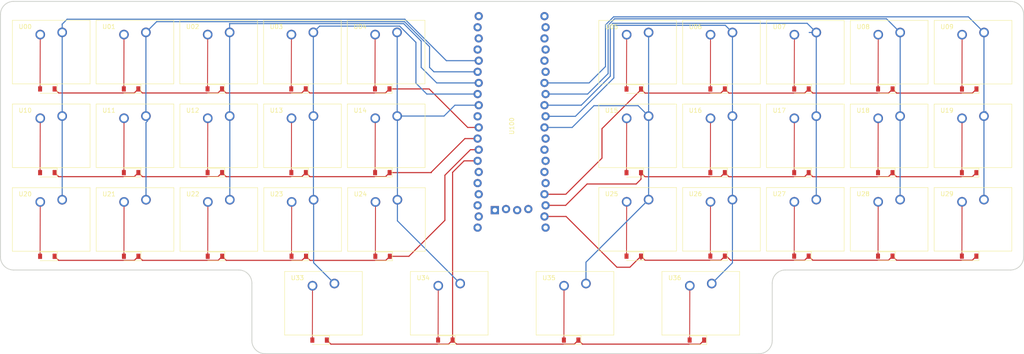
<source format=kicad_pcb>
(kicad_pcb (version 20211014) (generator pcbnew)
  (layers (0 "F.Cu" signal) (31 "B.Cu" signal) (34 "B.Paste" user) (35 "F.Paste" user) (36 "B.SilkS" user "B.Silkscreen") (37 "F.SilkS" user "F.Silkscreen") (38 "B.Mask" user) (39 "F.Mask" user) (44 "Edge.Cuts" user))
  (net 0 "")
  (net 1 "Net-(U00-Pad2)")
  (net 2 "Net-(U01-Pad2)")
  (net 3 "Net-(U02-Pad2)")
  (net 4 "Net-(U03-Pad2)")
  (net 5 "Net-(U04-Pad2)")
  (net 21 "Net-(U05-Pad1)")
  (net 22 "Net-(U00-Pad1)")
  (net 23 "Net-(U10-Pad1)")
  (net 24 "Net-(U06-Pad2)")
  (net 25 "Net-(U07-Pad2)")
  (net 30 "Net-(U05-Pad2)")
  (net 34 "Net-(U08-Pad2)")
  (net 35 "Net-(U09-Pad2)")
  (net 36 "Net-(U100-Pad13)")
  (net 37 "Net-(U100-Pad14)")
  (net 38 "Net-(U100-Pad23)")
  (net 39 "Net-(U100-Pad22)")
  (footprint "alps_smd:alps-1u-smd-sod123" (layer "F.Cu") (at 164.59 72.975)
    (fp_text reference "U25" (at -5.3 -7.7 unlocked) (layer "F.SilkS"))
    (fp_text value "alps-smd-sod-123")
    (fp_line (start -1.865 -4.805) (end -1.9 6.5) (layer "F.Cu") (width 0.2))
    (pad "" thru_hole circle (at -1.865 -5.905) (size 2.2 2.2) (drill 1.5) (layers *.Cu *.Mask))
    (pad "" smd rect (at -1.9 6.5 180) (size 0.9 1.2) (layers "F.Cu" "F.Paste" "F.Mask"))
    (pad "1" smd rect (at 1.4 6.5 180) (size 0.9 1.2) (layers "F.Cu" "F.Paste" "F.Mask") (net 39 "Net-(U100-Pad22)"))
    (pad "2" thru_hole circle (at 3.135 -6.405) (size 2.2 2.2) (drill 1.5) (layers *.Cu *.Mask) (net 30 "Net-(U05-Pad2)"))
  )
  (footprint "alps_smd:alps-1u-smd-sod123" (layer "F.Cu") (at 69.145 73.005)
    (fp_text reference "U22" (at -5.3 -7.7 unlocked) (layer "F.SilkS"))
    (fp_text value "alps-smd-sod-123")
    (fp_line (start -1.865 -4.805) (end -1.9 6.5) (layer "F.Cu") (width 0.2))
    (pad "" smd rect (at -1.9 6.5 180) (size 0.9 1.2) (layers "F.Cu" "F.Paste" "F.Mask"))
    (pad "" thru_hole circle (at -1.865 -5.905) (size 2.2 2.2) (drill 1.5) (layers *.Cu *.Mask))
    (pad "1" smd rect (at 1.4 6.5 180) (size 0.9 1.2) (layers "F.Cu" "F.Paste" "F.Mask") (net 36 "Net-(U100-Pad13)"))
    (pad "2" thru_hole circle (at 3.135 -6.405) (size 2.2 2.2) (drill 1.5) (layers *.Cu *.Mask) (net 3 "Net-(U02-Pad2)"))
  )
  (footprint "alps_smd:alps-1u-smd-sod123" (layer "F.Cu") (at 50.025 34.805)
    (fp_text reference "U01" (at -5.3 -7.7 unlocked) (layer "F.SilkS"))
    (fp_text value "alps-smd-sod-123")
    (fp_line (start -1.865 -4.805) (end -1.9 6.5) (layer "F.Cu") (width 0.2))
    (pad "" thru_hole circle (at -1.865 -5.905) (size 2.2 2.2) (drill 1.5) (layers *.Cu *.Mask))
    (pad "" smd rect (at -1.9 6.5 180) (size 0.9 1.2) (layers "F.Cu" "F.Paste" "F.Mask"))
    (pad "1" smd rect (at 1.4 6.5 180) (size 0.9 1.2) (layers "F.Cu" "F.Paste" "F.Mask") (net 22 "Net-(U00-Pad1)"))
    (pad "2" thru_hole circle (at 3.135 -6.405) (size 2.2 2.2) (drill 1.5) (layers *.Cu *.Mask) (net 2 "Net-(U01-Pad2)"))
  )
  (footprint "alps_smd:alps-1u-smd-sod123" (layer "F.Cu") (at 50.045 73.005)
    (fp_text reference "U21" (at -5.3 -7.7 unlocked) (layer "F.SilkS"))
    (fp_text value "alps-smd-sod-123")
    (fp_line (start -1.865 -4.805) (end -1.9 6.5) (layer "F.Cu") (width 0.2))
    (pad "" thru_hole circle (at -1.865 -5.905) (size 2.2 2.2) (drill 1.5) (layers *.Cu *.Mask))
    (pad "" smd rect (at -1.9 6.5 180) (size 0.9 1.2) (layers "F.Cu" "F.Paste" "F.Mask"))
    (pad "1" smd rect (at 1.4 6.5 180) (size 0.9 1.2) (layers "F.Cu" "F.Paste" "F.Mask") (net 36 "Net-(U100-Pad13)"))
    (pad "2" thru_hole circle (at 3.135 -6.405) (size 2.2 2.2) (drill 1.5) (layers *.Cu *.Mask) (net 2 "Net-(U01-Pad2)"))
  )
  (footprint "alps_smd:alps-1u-smd-sod123" (layer "F.Cu") (at 30.945 53.90625)
    (fp_text reference "U10" (at -5.3 -7.7 unlocked) (layer "F.SilkS"))
    (fp_text value "alps-smd-sod-123")
    (fp_line (start -1.865 -4.805) (end -1.9 6.5) (layer "F.Cu") (width 0.2))
    (pad "" thru_hole circle (at -1.865 -5.905) (size 2.2 2.2) (drill 1.5) (layers *.Cu *.Mask))
    (pad "" smd rect (at -1.9 6.5 180) (size 0.9 1.2) (layers "F.Cu" "F.Paste" "F.Mask"))
    (pad "1" smd rect (at 1.4 6.5 180) (size 0.9 1.2) (layers "F.Cu" "F.Paste" "F.Mask") (net 23 "Net-(U10-Pad1)"))
    (pad "2" thru_hole circle (at 3.135 -6.405) (size 2.2 2.2) (drill 1.5) (layers *.Cu *.Mask) (net 1 "Net-(U00-Pad2)"))
  )
  (footprint "alps_smd:alps-1u-smd-sod123" (layer "F.Cu") (at 50.0325 53.90625)
    (fp_text reference "U11" (at -5.3 -7.7 unlocked) (layer "F.SilkS"))
    (fp_text value "alps-smd-sod-123")
    (fp_line (start -1.865 -4.805) (end -1.9 6.5) (layer "F.Cu") (width 0.2))
    (pad "" smd rect (at -1.9 6.5 180) (size 0.9 1.2) (layers "F.Cu" "F.Paste" "F.Mask"))
    (pad "" thru_hole circle (at -1.865 -5.905) (size 2.2 2.2) (drill 1.5) (layers *.Cu *.Mask))
    (pad "1" smd rect (at 1.4 6.5 180) (size 0.9 1.2) (layers "F.Cu" "F.Paste" "F.Mask") (net 23 "Net-(U10-Pad1)"))
    (pad "2" thru_hole circle (at 3.135 -6.405) (size 2.2 2.2) (drill 1.5) (layers *.Cu *.Mask) (net 2 "Net-(U01-Pad2)"))
  )
  (footprint "alps_smd:alps-1u-smd-sod123" (layer "F.Cu") (at 88.185 34.805)
    (fp_text reference "U03" (at -5.3 -7.7 unlocked) (layer "F.SilkS"))
    (fp_text value "alps-smd-sod-123")
    (fp_line (start -1.865 -4.805) (end -1.9 6.5) (layer "F.Cu") (width 0.2))
    (pad "" thru_hole circle (at -1.865 -5.905) (size 2.2 2.2) (drill 1.5) (layers *.Cu *.Mask))
    (pad "" smd rect (at -1.9 6.5 180) (size 0.9 1.2) (layers "F.Cu" "F.Paste" "F.Mask"))
    (pad "1" smd rect (at 1.4 6.5 180) (size 0.9 1.2) (layers "F.Cu" "F.Paste" "F.Mask") (net 22 "Net-(U00-Pad1)"))
    (pad "2" thru_hole circle (at 3.135 -6.405) (size 2.2 2.2) (drill 1.5) (layers *.Cu *.Mask) (net 4 "Net-(U03-Pad2)"))
  )
  (footprint "alps_smd:alps-1u-smd-sod123" (layer "F.Cu") (at 183.7025 34.83)
    (fp_text reference "U06" (at -5.3 -7.7 unlocked) (layer "F.SilkS"))
    (fp_text value "alps-smd-sod-123")
    (fp_line (start -1.865 -4.805) (end -1.9 6.5) (layer "F.Cu") (width 0.2))
    (pad "" smd rect (at -1.9 6.5 180) (size 0.9 1.2) (layers "F.Cu" "F.Paste" "F.Mask"))
    (pad "" thru_hole circle (at -1.865 -5.905) (size 2.2 2.2) (drill 1.5) (layers *.Cu *.Mask))
    (pad "1" smd rect (at 1.4 6.5 180) (size 0.9 1.2) (layers "F.Cu" "F.Paste" "F.Mask") (net 21 "Net-(U05-Pad1)"))
    (pad "2" thru_hole circle (at 3.135 -6.405) (size 2.2 2.2) (drill 1.5) (layers *.Cu *.Mask) (net 24 "Net-(U06-Pad2)"))
  )
  (footprint "alps_smd:alps-1u-smd-sod123" (layer "F.Cu") (at 183.6975 53.92)
    (fp_text reference "U16" (at -5.3 -7.7 unlocked) (layer "F.SilkS"))
    (fp_text value "alps-smd-sod-123")
    (fp_line (start -1.865 -4.805) (end -1.9 6.5) (layer "F.Cu") (width 0.2))
    (pad "" thru_hole circle (at -1.865 -5.905) (size 2.2 2.2) (drill 1.5) (layers *.Cu *.Mask))
    (pad "" smd rect (at -1.9 6.5 180) (size 0.9 1.2) (layers "F.Cu" "F.Paste" "F.Mask"))
    (pad "1" smd rect (at 1.4 6.5 180) (size 0.9 1.2) (layers "F.Cu" "F.Paste" "F.Mask") (net 38 "Net-(U100-Pad23)"))
    (pad "2" thru_hole circle (at 3.135 -6.405) (size 2.2 2.2) (drill 1.5) (layers *.Cu *.Mask) (net 24 "Net-(U06-Pad2)"))
  )
  (footprint "alps_smd:alps-1u-smd-sod123" (layer "F.Cu") (at 183.6975 72.975)
    (fp_text reference "U26" (at -5.3 -7.7 unlocked) (layer "F.SilkS"))
    (fp_text value "alps-smd-sod-123")
    (fp_line (start -1.865 -4.805) (end -1.9 6.5) (layer "F.Cu") (width 0.2))
    (pad "" smd rect (at -1.9 6.5 180) (size 0.9 1.2) (layers "F.Cu" "F.Paste" "F.Mask"))
    (pad "" thru_hole circle (at -1.865 -5.905) (size 2.2 2.2) (drill 1.5) (layers *.Cu *.Mask))
    (pad "1" smd rect (at 1.4 6.5 180) (size 0.9 1.2) (layers "F.Cu" "F.Paste" "F.Mask") (net 39 "Net-(U100-Pad22)"))
    (pad "2" thru_hole circle (at 3.135 -6.405) (size 2.2 2.2) (drill 1.5) (layers *.Cu *.Mask) (net 24 "Net-(U06-Pad2)"))
  )
  (footprint "alps_smd:alps-1u-smd-sod123" (layer "F.Cu") (at 107.295 53.90625)
    (fp_text reference "U14" (at -5.3 -7.7 unlocked) (layer "F.SilkS"))
    (fp_text value "alps-smd-sod-123")
    (fp_line (start -1.865 -4.805) (end -1.9 6.5) (layer "F.Cu") (width 0.2))
    (pad "" smd rect (at -1.9 6.5 180) (size 0.9 1.2) (layers "F.Cu" "F.Paste" "F.Mask"))
    (pad "" thru_hole circle (at -1.865 -5.905) (size 2.2 2.2) (drill 1.5) (layers *.Cu *.Mask))
    (pad "1" smd rect (at 1.4 6.5 180) (size 0.9 1.2) (layers "F.Cu" "F.Paste" "F.Mask") (net 23 "Net-(U10-Pad1)"))
    (pad "2" thru_hole circle (at 3.135 -6.405) (size 2.2 2.2) (drill 1.5) (layers *.Cu *.Mask) (net 5 "Net-(U04-Pad2)"))
  )
  (footprint "alps_smd:alps-1u-smd-sod123" (layer "F.Cu") (at 107.265 34.805)
    (fp_text reference "U04" (at -5.3 -7.7 unlocked) (layer "F.SilkS"))
    (fp_text value "alps-smd-sod-123")
    (fp_line (start -1.865 -4.805) (end -1.9 6.5) (layer "F.Cu") (width 0.2))
    (pad "" smd rect (at -1.9 6.5 180) (size 0.9 1.2) (layers "F.Cu" "F.Paste" "F.Mask"))
    (pad "" thru_hole circle (at -1.865 -5.905) (size 2.2 2.2) (drill 1.5) (layers *.Cu *.Mask))
    (pad "1" smd rect (at 1.4 6.5 180) (size 0.9 1.2) (layers "F.Cu" "F.Paste" "F.Mask") (net 22 "Net-(U00-Pad1)"))
    (pad "2" thru_hole circle (at 3.135 -6.405) (size 2.2 2.2) (drill 1.5) (layers *.Cu *.Mask) (net 5 "Net-(U04-Pad2)"))
  )
  (footprint "alps_smd:alps-1u-smd-sod123" (layer "F.Cu") (at 69.105 34.805)
    (fp_text reference "U02" (at -5.3 -7.7 unlocked) (layer "F.SilkS"))
    (fp_text value "alps-smd-sod-123")
    (fp_line (start -1.865 -4.805) (end -1.9 6.5) (layer "F.Cu") (width 0.2))
    (pad "" smd rect (at -1.9 6.5 180) (size 0.9 1.2) (layers "F.Cu" "F.Paste" "F.Mask"))
    (pad "" thru_hole circle (at -1.865 -5.905) (size 2.2 2.2) (drill 1.5) (layers *.Cu *.Mask))
    (pad "1" smd rect (at 1.4 6.5 180) (size 0.9 1.2) (layers "F.Cu" "F.Paste" "F.Mask") (net 22 "Net-(U00-Pad1)"))
    (pad "2" thru_hole circle (at 3.135 -6.405) (size 2.2 2.2) (drill 1.5) (layers *.Cu *.Mask) (net 3 "Net-(U02-Pad2)"))
  )
  (footprint "alps_smd:alps-1u-smd-sod123" (layer "F.Cu") (at 164.59 34.83)
    (fp_text reference "U05" (at -5.3 -7.7 unlocked) (layer "F.SilkS"))
    (fp_text value "alps-smd-sod-123")
    (fp_line (start -1.865 -4.805) (end -1.9 6.5) (layer "F.Cu") (width 0.2))
    (pad "" thru_hole circle (at -1.865 -5.905) (size 2.2 2.2) (drill 1.5) (layers *.Cu *.Mask))
    (pad "" smd rect (at -1.9 6.5 180) (size 0.9 1.2) (layers "F.Cu" "F.Paste" "F.Mask"))
    (pad "1" smd rect (at 1.4 6.5 180) (size 0.9 1.2) (layers "F.Cu" "F.Paste" "F.Mask") (net 21 "Net-(U05-Pad1)"))
    (pad "2" thru_hole circle (at 3.135 -6.405) (size 2.2 2.2) (drill 1.5) (layers *.Cu *.Mask) (net 30 "Net-(U05-Pad2)"))
  )
  (footprint "alps_smd:alps-1u-smd-sod123" (layer "F.Cu") (at 164.59 53.92)
    (fp_text reference "U15" (at -5.3 -7.7 unlocked) (layer "F.SilkS"))
    (fp_text value "alps-smd-sod-123")
    (fp_line (start -1.865 -4.805) (end -1.9 6.5) (layer "F.Cu") (width 0.2))
    (pad "" thru_hole circle (at -1.865 -5.905) (size 2.2 2.2) (drill 1.5) (layers *.Cu *.Mask))
    (pad "" smd rect (at -1.9 6.5 180) (size 0.9 1.2) (layers "F.Cu" "F.Paste" "F.Mask"))
    (pad "1" smd rect (at 1.4 6.5 180) (size 0.9 1.2) (layers "F.Cu" "F.Paste" "F.Mask") (net 38 "Net-(U100-Pad23)"))
    (pad "2" thru_hole circle (at 3.135 -6.405) (size 2.2 2.2) (drill 1.5) (layers *.Cu *.Mask) (net 30 "Net-(U05-Pad2)"))
  )
  (footprint "alps_smd:alps-1u-smd-sod123" (layer "F.Cu") (at 107.345 73.01)
    (fp_text reference "U24" (at -5.3 -7.7 unlocked) (layer "F.SilkS"))
    (fp_text value "alps-smd-sod-123")
    (fp_line (start -1.865 -4.805) (end -1.9 6.5) (layer "F.Cu") (width 0.2))
    (pad "" smd rect (at -1.9 6.5 180) (size 0.9 1.2) (layers "F.Cu" "F.Paste" "F.Mask"))
    (pad "" thru_hole circle (at -1.865 -5.905) (size 2.2 2.2) (drill 1.5) (layers *.Cu *.Mask))
    (pad "1" smd rect (at 1.4 6.5 180) (size 0.9 1.2) (layers "F.Cu" "F.Paste" "F.Mask") (net 36 "Net-(U100-Pad13)"))
    (pad "2" thru_hole circle (at 3.135 -6.405) (size 2.2 2.2) (drill 1.5) (layers *.Cu *.Mask) (net 5 "Net-(U04-Pad2)"))
  )
  (footprint "alps_smd:alps-1u-smd-sod123" (layer "F.Cu") (at 202.805 53.92)
    (fp_text reference "U17" (at -5.3 -7.7 unlocked) (layer "F.SilkS"))
    (fp_text value "alps-smd-sod-123")
    (fp_line (start -1.865 -4.805) (end -1.9 6.5) (layer "F.Cu") (width 0.2))
    (pad "" smd rect (at -1.9 6.5 180) (size 0.9 1.2) (layers "F.Cu" "F.Paste" "F.Mask"))
    (pad "" thru_hole circle (at -1.865 -5.905) (size 2.2 2.2) (drill 1.5) (layers *.Cu *.Mask))
    (pad "1" smd rect (at 1.4 6.5 180) (size 0.9 1.2) (layers "F.Cu" "F.Paste" "F.Mask") (net 38 "Net-(U100-Pad23)"))
    (pad "2" thru_hole circle (at 3.135 -6.405) (size 2.2 2.2) (drill 1.5) (layers *.Cu *.Mask) (net 25 "Net-(U07-Pad2)"))
  )
  (footprint "alps_smd:alps-1u-smd-sod123" (layer "F.Cu") (at 69.12 53.90625)
    (fp_text reference "U12" (at -5.3 -7.7 unlocked) (layer "F.SilkS"))
    (fp_text value "alps-smd-sod-123")
    (fp_line (start -1.865 -4.805) (end -1.9 6.5) (layer "F.Cu") (width 0.2))
    (pad "" smd rect (at -1.9 6.5 180) (size 0.9 1.2) (layers "F.Cu" "F.Paste" "F.Mask"))
    (pad "" thru_hole circle (at -1.865 -5.905) (size 2.2 2.2) (drill 1.5) (layers *.Cu *.Mask))
    (pad "1" smd rect (at 1.4 6.5 180) (size 0.9 1.2) (layers "F.Cu" "F.Paste" "F.Mask") (net 23 "Net-(U10-Pad1)"))
    (pad "2" thru_hole circle (at 3.135 -6.405) (size 2.2 2.2) (drill 1.5) (layers *.Cu *.Mask) (net 3 "Net-(U02-Pad2)"))
  )
  (footprint "alps_smd:alps-1u-smd-sod123" (layer "F.Cu") (at 241.02 72.975)
    (fp_text reference "U29" (at -5.3 -7.7 unlocked) (layer "F.SilkS"))
    (fp_text value "alps-smd-sod-123")
    (fp_line (start -1.865 -4.805) (end -1.9 6.5) (layer "F.Cu") (width 0.2))
    (pad "" thru_hole circle (at -1.865 -5.905) (size 2.2 2.2) (drill 1.5) (layers *.Cu *.Mask))
    (pad "" smd rect (at -1.9 6.5 180) (size 0.9 1.2) (layers "F.Cu" "F.Paste" "F.Mask"))
    (pad "1" smd rect (at 1.4 6.5 180) (size 0.9 1.2) (layers "F.Cu" "F.Paste" "F.Mask") (net 39 "Net-(U100-Pad22)"))
    (pad "2" thru_hole circle (at 3.135 -6.405) (size 2.2 2.2) (drill 1.5) (layers *.Cu *.Mask) (net 35 "Net-(U09-Pad2)"))
  )
  (footprint "alps_smd:alps-1u-smd-sod123" (layer "F.Cu") (at 241.02 53.92)
    (fp_text reference "U19" (at -5.3 -7.7 unlocked) (layer "F.SilkS"))
    (fp_text value "alps-smd-sod-123")
    (fp_line (start -1.865 -4.805) (end -1.9 6.5) (layer "F.Cu") (width 0.2))
    (pad "" thru_hole circle (at -1.865 -5.905) (size 2.2 2.2) (drill 1.5) (layers *.Cu *.Mask))
    (pad "" smd rect (at -1.9 6.5 180) (size 0.9 1.2) (layers "F.Cu" "F.Paste" "F.Mask"))
    (pad "1" smd rect (at 1.4 6.5 180) (size 0.9 1.2) (layers "F.Cu" "F.Paste" "F.Mask") (net 38 "Net-(U100-Pad23)"))
    (pad "2" thru_hole circle (at 3.135 -6.405) (size 2.2 2.2) (drill 1.5) (layers *.Cu *.Mask) (net 35 "Net-(U09-Pad2)"))
  )
  (footprint "alps_smd:alps-1u-smd-sod123" (layer "F.Cu") (at 241.04 34.83)
    (fp_text reference "U09" (at -5.3 -7.7 unlocked) (layer "F.SilkS"))
    (fp_text value "alps-smd-sod-123")
    (fp_line (start -1.865 -4.805) (end -1.9 6.5) (layer "F.Cu") (width 0.2))
    (pad "" smd rect (at -1.9 6.5 180) (size 0.9 1.2) (layers "F.Cu" "F.Paste" "F.Mask"))
    (pad "" thru_hole circle (at -1.865 -5.905) (size 2.2 2.2) (drill 1.5) (layers *.Cu *.Mask))
    (pad "1" smd rect (at 1.4 6.5 180) (size 0.9 1.2) (layers "F.Cu" "F.Paste" "F.Mask") (net 21 "Net-(U05-Pad1)"))
    (pad "2" thru_hole circle (at 3.135 -6.405) (size 2.2 2.2) (drill 1.5) (layers *.Cu *.Mask) (net 35 "Net-(U09-Pad2)"))
  )
  (footprint "alps_smd:alps-1u-smd-sod123" (layer "F.Cu") (at 30.945 34.805)
    (fp_text reference "U00" (at -5.3 -7.7 unlocked) (layer "F.SilkS"))
    (fp_text value "alps-smd-sod-123")
    (fp_line (start -1.865 -4.805) (end -1.9 6.5) (layer "F.Cu") (width 0.2))
    (pad "" smd rect (at -1.9 6.5 180) (size 0.9 1.2) (layers "F.Cu" "F.Paste" "F.Mask"))
    (pad "" thru_hole circle (at -1.865 -5.905) (size 2.2 2.2) (drill 1.5) (layers *.Cu *.Mask))
    (pad "1" smd rect (at 1.4 6.5 180) (size 0.9 1.2) (layers "F.Cu" "F.Paste" "F.Mask") (net 22 "Net-(U00-Pad1)"))
    (pad "2" thru_hole circle (at 3.135 -6.405) (size 2.2 2.2) (drill 1.5) (layers *.Cu *.Mask) (net 1 "Net-(U00-Pad2)"))
  )
  (footprint "alps_smd:alps-1u-smd-sod123" (layer "F.Cu") (at 202.805 72.975)
    (fp_text reference "U27" (at -5.3 -7.7 unlocked) (layer "F.SilkS"))
    (fp_text value "alps-smd-sod-123")
    (fp_line (start -1.865 -4.805) (end -1.9 6.5) (layer "F.Cu") (width 0.2))
    (pad "" smd rect (at -1.9 6.5 180) (size 0.9 1.2) (layers "F.Cu" "F.Paste" "F.Mask"))
    (pad "" thru_hole circle (at -1.865 -5.905) (size 2.2 2.2) (drill 1.5) (layers *.Cu *.Mask))
    (pad "1" smd rect (at 1.4 6.5 180) (size 0.9 1.2) (layers "F.Cu" "F.Paste" "F.Mask") (net 39 "Net-(U100-Pad22)"))
    (pad "2" thru_hole circle (at 3.135 -6.405) (size 2.2 2.2) (drill 1.5) (layers *.Cu *.Mask) (net 25 "Net-(U07-Pad2)"))
  )
  (footprint "blackpill:BlackPill_STLINK" (layer "F.Cu") (at 136.5 49.8)
    (fp_text reference "U100" (at 0.05 -0.025 90) (layer "F.SilkS"))
    (fp_text value "BlackPill_STLINK")
    (pad "1" thru_hole circle (at -7.493 -25.1 270) (size 1.8796 1.8796) (drill 1.016) (layers *.Cu *.Mask))
    (pad "2" thru_hole circle (at -7.747 -22.56 270) (size 1.8796 1.8796) (drill 1.016) (layers *.Cu *.Mask))
    (pad "3" thru_hole circle (at -7.493 -20.02 270) (size 1.8796 1.8796) (drill 1.016) (layers *.Cu *.Mask))
    (pad "4" thru_hole circle (at -7.747 -17.48 270) (size 1.8796 1.8796) (drill 1.016) (layers *.Cu *.Mask))
    (pad "5" thru_hole circle (at -7.493 -14.94 270) (size 1.8796 1.8796) (drill 1.016) (layers *.Cu *.Mask) (net 1 "Net-(U00-Pad2)"))
    (pad "6" thru_hole circle (at -7.747 -12.4 270) (size 1.8796 1.8796) (drill 1.016) (layers *.Cu *.Mask) (net 2 "Net-(U01-Pad2)"))
    (pad "7" thru_hole circle (at -7.493 -9.86 270) (size 1.8796 1.8796) (drill 1.016) (layers *.Cu *.Mask) (net 3 "Net-(U02-Pad2)"))
    (pad "8" thru_hole circle (at -7.747 -7.32 270) (size 1.8796 1.8796) (drill 1.016) (layers *.Cu *.Mask) (net 4 "Net-(U03-Pad2)"))
    (pad "9" thru_hole circle (at -7.493 -4.78 270) (size 1.8796 1.8796) (drill 1.016) (layers *.Cu *.Mask) (net 5 "Net-(U04-Pad2)"))
    (pad "10" thru_hole circle (at -7.747 -2.24 270) (size 1.8796 1.8796) (drill 1.016) (layers *.Cu *.Mask))
    (pad "11" thru_hole circle (at -7.493 0.3 270) (size 1.8796 1.8796) (drill 1.016) (layers *.Cu *.Mask) (net 22 "Net-(U00-Pad1)"))
    (pad "12" thru_hole circle (at -7.747 2.84 270) (size 1.8796 1.8796) (drill 1.016) (layers *.Cu *.Mask) (net 23 "Net-(U10-Pad1)"))
    (pad "13" thru_hole circle (at -7.493 5.38 270) (size 1.8796 1.8796) (drill 1.016) (layers *.Cu *.Mask) (net 36 "Net-(U100-Pad13)"))
    (pad "14" thru_hole circle (at -7.747 7.92 270) (size 1.8796 1.8796) (drill 1.016) (layers *.Cu *.Mask) (net 37 "Net-(U100-Pad14)"))
    (pad "15" thru_hole circle (at -7.493 10.46 270) (size 1.8796 1.8796) (drill 1.016) (layers *.Cu *.Mask))
    (pad "16" thru_hole circle (at -7.747 13 270) (size 1.8796 1.8796) (drill 1.016) (layers *.Cu *.Mask))
    (pad "17" thru_hole circle (at -7.493 15.54 270) (size 1.8796 1.8796) (drill 1.016) (layers *.Cu *.Mask))
    (pad "18" thru_hole circle (at -7.747 18.08 270) (size 1.8796 1.8796) (drill 1.016) (layers *.Cu *.Mask))
    (pad "19" thru_hole circle (at -7.493 20.62 270) (size 1.8796 1.8796) (drill 1.016) (layers *.Cu *.Mask))
    (pad "20" thru_hole circle (at -7.747 23.16 270) (size 1.8796 1.8796) (drill 1.016) (layers *.Cu *.Mask))
    (pad "21" thru_hole circle (at 7.747 23.16 90) (size 1.8796 1.8796) (drill 1.016) (layers *.Cu *.Mask))
    (pad "22" thru_hole circle (at 7.493 20.62 90) (size 1.8796 1.8796) (drill 1.016) (layers *.Cu *.Mask) (net 39 "Net-(U100-Pad22)"))
    (pad "23" thru_hole circle (at 7.747 18.08 90) (size 1.8796 1.8796) (drill 1.016) (layers *.Cu *.Mask) (net 38 "Net-(U100-Pad23)"))
    (pad "24" thru_hole circle (at 7.493 15.54 90) (size 1.8796 1.8796) (drill 1.016) (layers *.Cu *.Mask) (net 21 "Net-(U05-Pad1)"))
    (pad "25" thru_hole circle (at 7.747 13 90) (size 1.8796 1.8796) (drill 1.016) (layers *.Cu *.Mask))
    (pad "26" thru_hole circle (at 7.493 10.46 90) (size 1.8796 1.8796) (drill 1.016) (layers *.Cu *.Mask))
    (pad "27" thru_hole circle (at 7.747 7.92 90) (size 1.8796 1.8796) (drill 1.016) (layers *.Cu *.Mask))
    (pad "28" thru_hole circle (at 7.493 5.38 90) (size 1.8796 1.8796) (drill 1.016) (layers *.Cu *.Mask))
    (pad "29" thru_hole circle (at 7.747 2.84 90) (size 1.8796 1.8796) (drill 1.016) (layers *.Cu *.Mask))
    (pad "30" thru_hole circle (at 7.493 0.3 90) (size 1.8796 1.8796) (drill 1.016) (layers *.Cu *.Mask) (net 30 "Net-(U05-Pad2)"))
    (pad "31" thru_hole circle (at 7.747 -2.24 90) (size 1.8796 1.8796) (drill 1.016) (layers *.Cu *.Mask) (net 24 "Net-(U06-Pad2)"))
    (pad "32" thru_hole circle (at 7.493 -4.78 90) (size 1.8796 1.8796) (drill 1.016) (layers *.Cu *.Mask) (net 25 "Net-(U07-Pad2)"))
    (pad "33" thru_hole circle (at 7.747 -7.32 90) (size 1.8796 1.8796) (drill 1.016) (layers *.Cu *.Mask) (net 34 "Net-(U08-Pad2)"))
    (pad "34" thru_hole circle (at 7.493 -9.86 90) (size 1.8796 1.8796) (drill 1.016) (layers *.Cu *.Mask) (net 35 "Net-(U09-Pad2)"))
    (pad "35" thru_hole circle (at 7.747 -12.4 90) (size 1.8796 1.8796) (drill 1.016) (layers *.Cu *.Mask))
    (pad "36" thru_hole circle (at 7.493 -14.94 90) (size 1.8796 1.8796) (drill 1.016) (layers *.Cu *.Mask))
    (pad "37" thru_hole circle (at 7.747 -17.48 90) (size 1.8796 1.8796) (drill 1.016) (layers *.Cu *.Mask))
    (pad "38" thru_hole circle (at 7.493 -20.02 90) (size 1.8796 1.8796) (drill 1.016) (layers *.Cu *.Mask))
    (pad "39" thru_hole circle (at 7.747 -22.56 90) (size 1.8796 1.8796) (drill 1.016) (layers *.Cu *.Mask))
    (pad "40" thru_hole circle (at 7.493 -25.1 90) (size 1.8796 1.8796) (drill 1.016) (layers *.Cu *.Mask))
    (pad "41" thru_hole rect (at -3.81 19.177 90) (size 1.8796 1.8796) (drill 1.016) (layers *.Cu *.Mask))
    (pad "42" thru_hole circle (at -1.27 18.923 90) (size 1.8796 1.8796) (drill 1.016) (layers *.Cu *.Mask))
    (pad "43" thru_hole circle (at 1.27 19.177 90) (size 1.8796 1.8796) (drill 1.016) (layers *.Cu *.Mask))
    (pad "44" thru_hole circle (at 3.81 18.923 90) (size 1.8796 1.8796) (drill 1.016) (layers *.Cu *.Mask))
  )
  (footprint "alps_smd:alps-1u-smd-sod123" (layer "F.Cu") (at 221.9275 34.83)
    (fp_text reference "U08" (at -5.3 -7.7 unlocked) (layer "F.SilkS"))
    (fp_text value "alps-smd-sod-123")
    (fp_line (start -1.865 -4.805) (end -1.9 6.5) (layer "F.Cu") (width 0.2))
    (pad "" thru_hole circle (at -1.865 -5.905) (size 2.2 2.2) (drill 1.5) (layers *.Cu *.Mask))
    (pad "" smd rect (at -1.9 6.5 180) (size 0.9 1.2) (layers "F.Cu" "F.Paste" "F.Mask"))
    (pad "1" smd rect (at 1.4 6.5 180) (size 0.9 1.2) (layers "F.Cu" "F.Paste" "F.Mask") (net 21 "Net-(U05-Pad1)"))
    (pad "2" thru_hole circle (at 3.135 -6.405) (size 2.2 2.2) (drill 1.5) (layers *.Cu *.Mask) (net 34 "Net-(U08-Pad2)"))
  )
  (footprint "alps_smd:alps-1u-smd-sod123" (layer "F.Cu") (at 221.9125 53.92)
    (fp_text reference "U18" (at -5.3 -7.7 unlocked) (layer "F.SilkS"))
    (fp_text value "alps-smd-sod-123")
    (fp_line (start -1.865 -4.805) (end -1.9 6.5) (layer "F.Cu") (width 0.2))
    (pad "" thru_hole circle (at -1.865 -5.905) (size 2.2 2.2) (drill 1.5) (layers *.Cu *.Mask))
    (pad "" smd rect (at -1.9 6.5 180) (size 0.9 1.2) (layers "F.Cu" "F.Paste" "F.Mask"))
    (pad "1" smd rect (at 1.4 6.5 180) (size 0.9 1.2) (layers "F.Cu" "F.Paste" "F.Mask") (net 38 "Net-(U100-Pad23)"))
    (pad "2" thru_hole circle (at 3.135 -6.405) (size 2.2 2.2) (drill 1.5) (layers *.Cu *.Mask) (net 34 "Net-(U08-Pad2)"))
  )
  (footprint "alps_smd:alps-1u-smd-sod123" (layer "F.Cu") (at 92.99 92.13)
    (fp_text reference "U33" (at -5.3 -7.7 unlocked) (layer "F.SilkS"))
    (fp_text value "alps-smd-sod-123")
    (fp_line (start -1.865 -4.805) (end -1.9 6.5) (layer "F.Cu") (width 0.2))
    (pad "" smd rect (at -1.9 6.5 180) (size 0.9 1.2) (layers "F.Cu" "F.Paste" "F.Mask"))
    (pad "" thru_hole circle (at -1.865 -5.905) (size 2.2 2.2) (drill 1.5) (layers *.Cu *.Mask))
    (pad "1" smd rect (at 1.4 6.5 180) (size 0.9 1.2) (layers "F.Cu" "F.Paste" "F.Mask") (net 37 "Net-(U100-Pad14)"))
    (pad "2" thru_hole circle (at 3.135 -6.405) (size 2.2 2.2) (drill 1.5) (layers *.Cu *.Mask) (net 4 "Net-(U03-Pad2)"))
  )
  (footprint "alps_smd:alps-1u-smd-sod123" (layer "F.Cu") (at 178.98 92.13)
    (fp_text reference "U36" (at -5.3 -7.7 unlocked) (layer "F.SilkS"))
    (fp_text value "alps-smd-sod-123")
    (fp_line (start -1.865 -4.805) (end -1.9 6.5) (layer "F.Cu") (width 0.2))
    (pad "" smd rect (at -1.9 6.5 180) (size 0.9 1.2) (layers "F.Cu" "F.Paste" "F.Mask"))
    (pad "" thru_hole circle (at -1.865 -5.905) (size 2.2 2.2) (drill 1.5) (layers *.Cu *.Mask))
    (pad "1" smd rect (at 1.4 6.5 180) (size 0.9 1.2) (layers "F.Cu" "F.Paste" "F.Mask") (net 37 "Net-(U100-Pad14)"))
    (pad "2" thru_hole circle (at 3.135 -6.405) (size 2.2 2.2) (drill 1.5) (layers *.Cu *.Mask) (net 24 "Net-(U06-Pad2)"))
  )
  (footprint "alps_smd:alps-1u-smd-sod123" (layer "F.Cu") (at 30.945 73.005)
    (fp_text reference "U20" (at -5.3 -7.7 unlocked) (layer "F.SilkS"))
    (fp_text value "alps-smd-sod-123")
    (fp_line (start -1.865 -4.805) (end -1.9 6.5) (layer "F.Cu") (width 0.2))
    (pad "" smd rect (at -1.9 6.5 180) (size 0.9 1.2) (layers "F.Cu" "F.Paste" "F.Mask"))
    (pad "" thru_hole circle (at -1.865 -5.905) (size 2.2 2.2) (drill 1.5) (layers *.Cu *.Mask))
    (pad "1" smd rect (at 1.4 6.5 180) (size 0.9 1.2) (layers "F.Cu" "F.Paste" "F.Mask") (net 36 "Net-(U100-Pad13)"))
    (pad "2" thru_hole circle (at 3.135 -6.405) (size 2.2 2.2) (drill 1.5) (layers *.Cu *.Mask) (net 1 "Net-(U00-Pad2)"))
  )
  (footprint "alps_smd:alps-1u-smd-sod123" (layer "F.Cu") (at 221.9125 72.975)
    (fp_text reference "U28" (at -5.3 -7.7 unlocked) (layer "F.SilkS"))
    (fp_text value "alps-smd-sod-123")
    (fp_line (start -1.865 -4.805) (end -1.9 6.5) (layer "F.Cu") (width 0.2))
    (pad "" smd rect (at -1.9 6.5 180) (size 0.9 1.2) (layers "F.Cu" "F.Paste" "F.Mask"))
    (pad "" thru_hole circle (at -1.865 -5.905) (size 2.2 2.2) (drill 1.5) (layers *.Cu *.Mask))
    (pad "1" smd rect (at 1.4 6.5 180) (size 0.9 1.2) (layers "F.Cu" "F.Paste" "F.Mask") (net 39 "Net-(U100-Pad22)"))
    (pad "2" thru_hole circle (at 3.135 -6.405) (size 2.2 2.2) (drill 1.5) (layers *.Cu *.Mask) (net 34 "Net-(U08-Pad2)"))
  )
  (footprint "alps_smd:alps-1u-smd-sod123" (layer "F.Cu") (at 88.2075 53.90625)
    (fp_text reference "U13" (at -5.3 -7.7 unlocked) (layer "F.SilkS"))
    (fp_text value "alps-smd-sod-123")
    (fp_line (start -1.865 -4.805) (end -1.9 6.5) (layer "F.Cu") (width 0.2))
    (pad "" smd rect (at -1.9 6.5 180) (size 0.9 1.2) (layers "F.Cu" "F.Paste" "F.Mask"))
    (pad "" thru_hole circle (at -1.865 -5.905) (size 2.2 2.2) (drill 1.5) (layers *.Cu *.Mask))
    (pad "1" smd rect (at 1.4 6.5 180) (size 0.9 1.2) (layers "F.Cu" "F.Paste" "F.Mask") (net 23 "Net-(U10-Pad1)"))
    (pad "2" thru_hole circle (at 3.135 -6.405) (size 2.2 2.2) (drill 1.5) (layers *.Cu *.Mask) (net 4 "Net-(U03-Pad2)"))
  )
  (footprint "alps_smd:alps-1u-smd-sod123" (layer "F.Cu") (at 88.245 73.005)
    (fp_text reference "U23" (at -5.3 -7.7 unlocked) (layer "F.SilkS"))
    (fp_text value "alps-smd-sod-123")
    (fp_line (start -1.865 -4.805) (end -1.9 6.5) (layer "F.Cu") (width 0.2))
    (pad "" thru_hole circle (at -1.865 -5.905) (size 2.2 2.2) (drill 1.5) (layers *.Cu *.Mask))
    (pad "" smd rect (at -1.9 6.5 180) (size 0.9 1.2) (layers "F.Cu" "F.Paste" "F.Mask"))
    (pad "1" smd rect (at 1.4 6.5 180) (size 0.9 1.2) (layers "F.Cu" "F.Paste" "F.Mask") (net 36 "Net-(U100-Pad13)"))
    (pad "2" thru_hole circle (at 3.135 -6.405) (size 2.2 2.2) (drill 1.5) (layers *.Cu *.Mask) (net 4 "Net-(U03-Pad2)"))
  )
  (footprint "alps_smd:alps-1u-smd-sod123" (layer "F.Cu") (at 202.815 34.83)
    (fp_text reference "U07" (at -5.3 -7.7 unlocked) (layer "F.SilkS"))
    (fp_text value "alps-smd-sod-123")
    (fp_line (start -1.865 -4.805) (end -1.9 6.5) (layer "F.Cu") (width 0.2))
    (pad "" smd rect (at -1.9 6.5 180) (size 0.9 1.2) (layers "F.Cu" "F.Paste" "F.Mask"))
    (pad "" thru_hole circle (at -1.865 -5.905) (size 2.2 2.2) (drill 1.5) (layers *.Cu *.Mask))
    (pad "1" smd rect (at 1.4 6.5 180) (size 0.9 1.2) (layers "F.Cu" "F.Paste" "F.Mask") (net 21 "Net-(U05-Pad1)"))
    (pad "2" thru_hole circle (at 3.135 -6.405) (size 2.2 2.2) (drill 1.5) (layers *.Cu *.Mask) (net 25 "Net-(U07-Pad2)"))
  )
  (footprint "alps_smd:alps-1u-smd-sod123" (layer "F.Cu") (at 150.316666 92.13)
    (fp_text reference "U35" (at -5.3 -7.7 unlocked) (layer "F.SilkS"))
    (fp_text value "alps-smd-sod-123")
    (fp_line (start -1.865 -4.805) (end -1.9 6.5) (layer "F.Cu") (width 0.2))
    (pad "" smd rect (at -1.9 6.5 180) (size 0.9 1.2) (layers "F.Cu" "F.Paste" "F.Mask"))
    (pad "" thru_hole circle (at -1.865 -5.905) (size 2.2 2.2) (drill 1.5) (layers *.Cu *.Mask))
    (pad "1" smd rect (at 1.4 6.5 180) (size 0.9 1.2) (layers "F.Cu" "F.Paste" "F.Mask") (net 37 "Net-(U100-Pad14)"))
    (pad "2" thru_hole circle (at 3.135 -6.405) (size 2.2 2.2) (drill 1.5) (layers *.Cu *.Mask) (net 30 "Net-(U05-Pad2)"))
  )
  (footprint "alps_smd:alps-1u-smd-sod123" (layer "F.Cu") (at 121.653333 92.13)
    (fp_text reference "U34" (at -5.3 -7.7 unlocked) (layer "F.SilkS"))
    (fp_text value "alps-smd-sod-123")
    (fp_line (start -1.865 -4.805) (end -1.9 6.5) (layer "F.Cu") (width 0.2))
    (pad "" smd rect (at -1.9 6.5 180) (size 0.9 1.2) (layers "F.Cu" "F.Paste" "F.Mask"))
    (pad "" thru_hole circle (at -1.865 -5.905) (size 2.2 2.2) (drill 1.5) (layers *.Cu *.Mask))
    (pad "1" smd rect (at 1.4 6.5 180) (size 0.9 1.2) (layers "F.Cu" "F.Paste" "F.Mask") (net 37 "Net-(U100-Pad14)"))
    (pad "2" thru_hole circle (at 3.135 -6.405) (size 2.2 2.2) (drill 1.5) (layers *.Cu *.Mask) (net 5 "Net-(U04-Pad2)"))
  )
  (gr_line (start 250.205 82.63) (end 198.905 82.63) (layer "Edge.Cuts") (width 0.2))
  (gr_arc (start 195.905 98.73) (mid 195.02632 100.85132) (end 192.905 101.73) (layer "Edge.Cuts") (width 0.2))
  (gr_arc (start 74.305 82.63) (mid 76.42632 83.50868) (end 77.305 85.63) (layer "Edge.Cuts") (width 0.2))
  (gr_arc (start 23.005 82.63) (mid 20.88368 81.75132) (end 20.005 79.63) (layer "Edge.Cuts") (width 0.2))
  (gr_line (start 20.005 79.63) (end 20.005 24.33) (layer "Edge.Cuts") (width 0.2))
  (gr_arc (start 250.205 21.33) (mid 252.32632 22.20868) (end 253.205 24.33) (layer "Edge.Cuts") (width 0.2))
  (gr_arc (start 80.305 101.73) (mid 78.18368 100.85132) (end 77.305 98.73) (layer "Edge.Cuts") (width 0.2))
  (gr_line (start 77.305 98.73) (end 77.305 85.63) (layer "Edge.Cuts") (width 0.2))
  (gr_line (start 253.205 24.33) (end 253.205 79.63) (layer "Edge.Cuts") (width 0.2))
  (gr_arc (start 253.205 79.63) (mid 252.32632 81.75132) (end 250.205 82.63) (layer "Edge.Cuts") (width 0.2))
  (gr_line (start 74.305 82.63) (end 23.005 82.63) (layer "Edge.Cuts") (width 0.2))
  (gr_line (start 23.005 21.33) (end 250.205 21.33) (layer "Edge.Cuts") (width 0.2))
  (gr_arc (start 20.005 24.33) (mid 20.88368 22.20868) (end 23.005 21.33) (layer "Edge.Cuts") (width 0.2))
  (gr_line (start 195.905 85.63) (end 195.905 98.73) (layer "Edge.Cuts") (width 0.2))
  (gr_line (start 192.905 101.73) (end 80.305 101.73) (layer "Edge.Cuts") (width 0.2))
  (gr_arc (start 195.905 85.63) (mid 196.78368 83.50868) (end 198.905 82.63) (layer "Edge.Cuts") (width 0.2))
  (segment (start 34.08 66.6) (end 34.08 47.50125) (width 0.25) (layer "B.Cu") (net 1))
  (segment (start 34.08 26.52) (end 35.2 25.4) (width 0.25) (layer "B.Cu") (net 1))
  (segment (start 35.2 25.4) (end 112.172792 25.4) (width 0.25) (layer "B.Cu") (net 1))
  (segment (start 112.172792 25.4) (end 121.632792 34.86) (width 0.25) (layer "B.Cu") (net 1))
  (segment (start 121.632792 34.86) (end 129.007 34.86) (width 0.25) (layer "B.Cu") (net 1))
  (segment (start 34.08 47.50125) (end 34.08 28.4) (width 0.25) (layer "B.Cu") (net 1))
  (segment (start 34.08 28.4) (end 34.08 26.52) (width 0.25) (layer "B.Cu") (net 1))
  (segment (start 128.753 37.4) (end 118.8 37.4) (width 0.25) (layer "B.Cu") (net 2))
  (segment (start 53.18 48.97) (end 53.18 66.6) (width 0.25) (layer "B.Cu") (net 2))
  (segment (start 53.16 28.4) (end 53.16 48.21) (width 0.25) (layer "B.Cu") (net 2))
  (segment (start 117.8 31.663604) (end 112.086396 25.95) (width 0.25) (layer "B.Cu") (net 2))
  (segment (start 55.61 25.95) (end 53.16 28.4) (width 0.25) (layer "B.Cu") (net 2))
  (segment (start 118.8 37.4) (end 117.8 36.4) (width 0.25) (layer "B.Cu") (net 2))
  (segment (start 53.16 48.21) (end 53.55 48.6) (width 0.25) (layer "B.Cu") (net 2))
  (segment (start 117.8 36.4) (end 117.8 31.663604) (width 0.25) (layer "B.Cu") (net 2))
  (segment (start 53.55 48.6) (end 53.18 48.97) (width 0.25) (layer "B.Cu") (net 2))
  (segment (start 112.086396 25.95) (end 55.61 25.95) (width 0.25) (layer "B.Cu") (net 2))
  (segment (start 72.24 47.48625) (end 72.255 47.50125) (width 0.25) (layer "B.Cu") (net 3))
  (segment (start 115.9 36.4) (end 119.44 39.94) (width 0.25) (layer "B.Cu") (net 3))
  (segment (start 115.9 30.4) (end 115.9 36.4) (width 0.25) (layer "B.Cu") (net 3))
  (segment (start 72.24 28.4) (end 72.24 47.48625) (width 0.25) (layer "B.Cu") (net 3))
  (segment (start 72.2 26.4) (end 111.9 26.4) (width 0.25) (layer "B.Cu") (net 3))
  (segment (start 72.28 47.52625) (end 72.255 47.50125) (width 0.25) (layer "B.Cu") (net 3))
  (segment (start 72.28 66.6) (end 72.28 47.52625) (width 0.25) (layer "B.Cu") (net 3))
  (segment (start 111.9 26.4) (end 115.9 30.4) (width 0.25) (layer "B.Cu") (net 3))
  (segment (start 72.24 26.44) (end 72.2 26.4) (width 0.25) (layer "B.Cu") (net 3))
  (segment (start 119.44 39.94) (end 129.007 39.94) (width 0.25) (layer "B.Cu") (net 3))
  (segment (start 72.24 28.4) (end 72.24 26.44) (width 0.25) (layer "B.Cu") (net 3))
  (segment (start 114.7 40) (end 114.7 30.684745) (width 0.25) (layer "B.Cu") (net 4))
  (segment (start 91.3425 47.50125) (end 91.3425 66.5625) (width 0.25) (layer "B.Cu") (net 4))
  (segment (start 92.745 26.975) (end 91.32 28.4) (width 0.25) (layer "B.Cu") (net 4))
  (segment (start 91.3425 66.5625) (end 91.38 66.6) (width 0.25) (layer "B.Cu") (net 4))
  (segment (start 91.32 47.47875) (end 91.3425 47.50125) (width 0.25) (layer "B.Cu") (net 4))
  (segment (start 91.38 66.6) (end 91.38 80.98) (width 0.25) (layer "B.Cu") (net 4))
  (segment (start 117.18 42.48) (end 114.7 40) (width 0.25) (layer "B.Cu") (net 4))
  (segment (start 91.38 80.98) (end 96.125 85.725) (width 0.25) (layer "B.Cu") (net 4))
  (segment (start 110.990255 26.975) (end 92.745 26.975) (width 0.25) (layer "B.Cu") (net 4))
  (segment (start 128.753 42.48) (end 117.18 42.48) (width 0.25) (layer "B.Cu") (net 4))
  (segment (start 114.7 30.684745) (end 110.990255 26.975) (width 0.25) (layer "B.Cu") (net 4))
  (segment (start 91.32 28.4) (end 91.32 47.47875) (width 0.25) (layer "B.Cu") (net 4))
  (segment (start 110.48 66.605) (end 110.48 71.416667) (width 0.25) (layer "B.Cu") (net 5))
  (segment (start 110.48 47.55125) (end 110.43 47.50125) (width 0.25) (layer "B.Cu") (net 5))
  (segment (start 110.48 71.416667) (end 124.788333 85.725) (width 0.25) (layer "B.Cu") (net 5))
  (segment (start 110.43 28.43) (end 110.4 28.4) (width 0.25) (layer "B.Cu") (net 5))
  (segment (start 110.43 47.50125) (end 121.09875 47.50125) (width 0.25) (layer "B.Cu") (net 5))
  (segment (start 123.58 45.02) (end 129.007 45.02) (width 0.25) (layer "B.Cu") (net 5))
  (segment (start 110.43 47.50125) (end 110.43 28.43) (width 0.25) (layer "B.Cu") (net 5))
  (segment (start 121.09875 47.50125) (end 123.58 45.02) (width 0.25) (layer "B.Cu") (net 5))
  (segment (start 110.48 66.605) (end 110.48 47.55125) (width 0.25) (layer "B.Cu") (net 5))
  (segment (start 165.99 41.33) (end 166.915 42.255) (width 0.25) (layer "F.Cu") (net 21))
  (segment (start 222.4025 42.255) (end 223.3275 41.33) (width 0.25) (layer "F.Cu") (net 21))
  (segment (start 166.915 42.255) (end 184.1775 42.255) (width 0.25) (layer "F.Cu") (net 21))
  (segment (start 165.99 41.48) (end 157.1 50.37) (width 0.25) (layer "F.Cu") (net 21))
  (segment (start 204.215 41.33) (end 205.14 42.255) (width 0.25) (layer "F.Cu") (net 21))
  (segment (start 205.14 42.255) (end 222.4025 42.255) (width 0.25) (layer "F.Cu") (net 21))
  (segment (start 224.2525 42.255) (end 241.515 42.255) (width 0.25) (layer "F.Cu") (net 21))
  (segment (start 203.29 42.255) (end 204.215 41.33) (width 0.25) (layer "F.Cu") (net 21))
  (segment (start 185.1025 41.33) (end 186.0275 42.255) (width 0.25) (layer "F.Cu") (net 21))
  (segment (start 241.515 42.255) (end 242.44 41.33) (width 0.25) (layer "F.Cu") (net 21))
  (segment (start 186.0275 42.255) (end 203.29 42.255) (width 0.25) (layer "F.Cu") (net 21))
  (segment (start 165.99 41.33) (end 165.99 41.48) (width 0.25) (layer "F.Cu") (net 21))
  (segment (start 157.1 57.1) (end 148.86 65.34) (width 0.25) (layer "F.Cu") (net 21))
  (segment (start 148.86 65.34) (end 143.993 65.34) (width 0.25) (layer "F.Cu") (net 21))
  (segment (start 157.1 50.37) (end 157.1 57.1) (width 0.25) (layer "F.Cu") (net 21))
  (segment (start 184.1775 42.255) (end 185.1025 41.33) (width 0.25) (layer "F.Cu") (net 21))
  (segment (start 223.3275 41.33) (end 224.2525 42.255) (width 0.25) (layer "F.Cu") (net 21))
  (segment (start 32.345 41.305) (end 33.27 42.23) (width 0.25) (layer "F.Cu") (net 22))
  (segment (start 50.5 42.23) (end 51.425 41.305) (width 0.25) (layer "F.Cu") (net 22))
  (segment (start 107.74 42.23) (end 108.665 41.305) (width 0.25) (layer "F.Cu") (net 22))
  (segment (start 51.425 41.305) (end 52.35 42.23) (width 0.25) (layer "F.Cu") (net 22))
  (segment (start 33.27 42.23) (end 50.5 42.23) (width 0.25) (layer "F.Cu") (net 22))
  (segment (start 70.505 41.305) (end 71.43 42.23) (width 0.25) (layer "F.Cu") (net 22))
  (segment (start 117.705 41.305) (end 108.665 41.305) (width 0.25) (layer "F.Cu") (net 22))
  (segment (start 129.007 50.1) (end 126.5 50.1) (width 0.25) (layer "F.Cu") (net 22))
  (segment (start 90.51 42.23) (end 107.74 42.23) (width 0.25) (layer "F.Cu") (net 22))
  (segment (start 52.35 42.23) (end 69.58 42.23) (width 0.25) (layer "F.Cu") (net 22))
  (segment (start 126.5 50.1) (end 117.705 41.305) (width 0.25) (layer "F.Cu") (net 22))
  (segment (start 69.58 42.23) (end 70.505 41.305) (width 0.25) (layer "F.Cu") (net 22))
  (segment (start 71.43 42.23) (end 88.66 42.23) (width 0.25) (layer "F.Cu") (net 22))
  (segment (start 88.66 42.23) (end 89.585 41.305) (width 0.25) (layer "F.Cu") (net 22))
  (segment (start 89.585 41.305) (end 90.51 42.23) (width 0.25) (layer "F.Cu") (net 22))
  (segment (start 118.19375 60.40625) (end 118.19375 60.30625) (width 0.25) (layer "F.Cu") (net 23))
  (segment (start 90.5325 61.33125) (end 107.77 61.33125) (width 0.25) (layer "F.Cu") (net 23))
  (segment (start 118.19375 60.30625) (end 125.86 52.64) (width 0.25) (layer "F.Cu") (net 23))
  (segment (start 51.4325 60.40625) (end 52.3575 61.33125) (width 0.25) (layer "F.Cu") (net 23))
  (segment (start 32.345 60.40625) (end 33.27 61.33125) (width 0.25) (layer "F.Cu") (net 23))
  (segment (start 69.595 61.33125) (end 70.52 60.40625) (width 0.25) (layer "F.Cu") (net 23))
  (segment (start 88.6825 61.33125) (end 89.6075 60.40625) (width 0.25) (layer "F.Cu") (net 23))
  (segment (start 71.445 61.33125) (end 88.6825 61.33125) (width 0.25) (layer "F.Cu") (net 23))
  (segment (start 89.6075 60.40625) (end 90.5325 61.33125) (width 0.25) (layer "F.Cu") (net 23))
  (segment (start 107.77 61.33125) (end 108.695 60.40625) (width 0.25) (layer "F.Cu") (net 23))
  (segment (start 70.52 60.40625) (end 71.445 61.33125) (width 0.25) (layer "F.Cu") (net 23))
  (segment (start 33.27 61.33125) (end 50.5075 61.33125) (width 0.25) (layer "F.Cu") (net 23))
  (segment (start 108.695 60.40625) (end 118.19375 60.40625) (width 0.25) (layer "F.Cu") (net 23))
  (segment (start 52.3575 61.33125) (end 69.595 61.33125) (width 0.25) (layer "F.Cu") (net 23))
  (segment (start 125.86 52.64) (end 128.753 52.64) (width 0.25) (layer "F.Cu") (net 23))
  (segment (start 50.5075 61.33125) (end 51.4325 60.40625) (width 0.25) (layer "F.Cu") (net 23))
  (segment (start 151.04 47.56) (end 159.8 38.8) (width 0.25) (layer "B.Cu") (net 24))
  (segment (start 186.8375 28.425) (end 186.8375 47.51) (width 0.25) (layer "B.Cu") (net 24))
  (segment (start 186.8375 47.51) (end 186.8325 47.515) (width 0.25) (layer "B.Cu") (net 24))
  (segment (start 186.8325 47.515) (end 186.8325 66.57) (width 0.25) (layer "B.Cu") (net 24))
  (segment (start 144.247 47.56) (end 151.04 47.56) (width 0.25) (layer "B.Cu") (net 24))
  (segment (start 186.8325 66.57) (end 186.8325 81.0075) (width 0.25) (layer "B.Cu") (net 24))
  (segment (start 159.8 38.8) (end 159.8 26.8) (width 0.25) (layer "B.Cu") (net 24))
  (segment (start 185.2125 26.8) (end 186.8375 28.425) (width 0.25) (layer "B.Cu") (net 24))
  (segment (start 159.8 26.8) (end 185.2125 26.8) (width 0.25) (layer "B.Cu") (net 24))
  (segment (start 186.8325 81.0075) (end 182.115 85.725) (width 0.25) (layer "B.Cu") (net 24))
  (segment (start 205.94 28.435) (end 205.95 28.425) (width 0.25) (layer "B.Cu") (net 25))
  (segment (start 152.38 45.02) (end 159 38.4) (width 0.25) (layer "B.Cu") (net 25))
  (segment (start 205.95 28.425) (end 204.325 28.425) (width 0.25) (layer "B.Cu") (net 25))
  (segment (start 205.94 66.57) (end 205.94 47.515) (width 0.25) (layer "B.Cu") (net 25))
  (segment (start 205.94 47.515) (end 205.94 28.435) (width 0.25) (layer "B.Cu") (net 25))
  (segment (start 159 38.4) (end 159 26.9) (width 0.25) (layer "B.Cu") (net 25))
  (segment (start 159 26.9) (end 159.56855 26.33145) (width 0.25) (layer "B.Cu") (net 25))
  (segment (start 159.56855 26.33145) (end 203.85645 26.33145) (width 0.25) (layer "B.Cu") (net 25))
  (segment (start 143.993 45.02) (end 152.38 45.02) (width 0.25) (layer "B.Cu") (net 25))
  (segment (start 203.85645 26.33145) (end 205.95 28.425) (width 0.25) (layer "B.Cu") (net 25))
  (segment (start 165.335 45.125) (end 155.275 45.125) (width 0.25) (layer "B.Cu") (net 30))
  (segment (start 167.725 47.515) (end 165.335 45.125) (width 0.25) (layer "B.Cu") (net 30))
  (segment (start 167.725 47.515) (end 167.725 66.57) (width 0.25) (layer "B.Cu") (net 30))
  (segment (start 153.451666 80.843334) (end 167.725 66.57) (width 0.25) (layer "B.Cu") (net 30))
  (segment (start 167.725 47.515) (end 167.725 28.425) (width 0.25) (layer "B.Cu") (net 30))
  (segment (start 153.451666 85.725) (end 153.451666 80.843334) (width 0.25) (layer "B.Cu") (net 30))
  (segment (start 150.3 50.1) (end 143.993 50.1) (width 0.25) (layer "B.Cu") (net 30))
  (segment (start 155.275 45.125) (end 150.3 50.1) (width 0.25) (layer "B.Cu") (net 30))
  (segment (start 144.247 42.48) (end 153.82 42.48) (width 0.25) (layer "B.Cu") (net 34))
  (segment (start 225.0625 28.425) (end 225.0625 47.5) (width 0.25) (layer "B.Cu") (net 34))
  (segment (start 225.0475 47.515) (end 225.0475 66.57) (width 0.25) (layer "B.Cu") (net 34))
  (segment (start 158.5 37.8) (end 158.5 26.763604) (width 0.25) (layer "B.Cu") (net 34))
  (segment (start 225.0625 47.5) (end 225.0475 47.515) (width 0.25) (layer "B.Cu") (net 34))
  (segment (start 158.5 26.763604) (end 159.963604 25.3) (width 0.25) (layer "B.Cu") (net 34))
  (segment (start 221.9375 25.3) (end 225.0625 28.425) (width 0.25) (layer "B.Cu") (net 34))
  (segment (start 153.82 42.48) (end 158.5 37.8) (width 0.25) (layer "B.Cu") (net 34))
  (segment (start 159.963604 25.3) (end 221.9375 25.3) (width 0.25) (layer "B.Cu") (net 34))
  (segment (start 157.9 26.7) (end 157.9 36.2) (width 0.25) (layer "B.Cu") (net 35))
  (segment (start 157.9 36.2) (end 154.16 39.94) (width 0.25) (layer "B.Cu") (net 35))
  (segment (start 240.6 24.85) (end 159.75 24.85) (width 0.25) (layer "B.Cu") (net 35))
  (segment (start 244.155 46.845) (end 244.575 46.425) (width 0.25) (layer "B.Cu") (net 35))
  (segment (start 244.155 66.57) (end 244.155 46.845) (width 0.25) (layer "B.Cu") (net 35))
  (segment (start 154.16 39.94) (end 143.993 39.94) (width 0.25) (layer "B.Cu") (net 35))
  (segment (start 244.155 28.445) (end 244.175 28.425) (width 0.25) (layer "B.Cu") (net 35))
  (segment (start 159.75 24.85) (end 157.9 26.7) (width 0.25) (layer "B.Cu") (net 35))
  (segment (start 244.175 28.425) (end 240.6 24.85) (width 0.25) (layer "B.Cu") (net 35))
  (segment (start 244.155 47.515) (end 244.155 28.445) (width 0.25) (layer "B.Cu") (net 35))
  (segment (start 32.345 79.505) (end 33.27 80.43) (width 0.25) (layer "F.Cu") (net 36))
  (segment (start 127.12 55.18) (end 121.3 61) (width 0.25) (layer "F.Cu") (net 36))
  (segment (start 70.545 79.505) (end 71.47 80.43) (width 0.25) (layer "F.Cu") (net 36))
  (segment (start 121.3 71.3) (end 113.09 79.51) (width 0.25) (layer "F.Cu") (net 36))
  (segment (start 88.72 80.43) (end 89.645 79.505) (width 0.25) (layer "F.Cu") (net 36))
  (segment (start 107.82 80.435) (end 108.745 79.51) (width 0.25) (layer "F.Cu") (net 36))
  (segment (start 69.62 80.43) (end 70.545 79.505) (width 0.25) (layer "F.Cu") (net 36))
  (segment (start 121.3 61) (end 121.3 71.3) (width 0.25) (layer "F.Cu") (net 36))
  (segment (start 113.09 79.51) (end 108.745 79.51) (width 0.25) (layer "F.Cu") (net 36))
  (segment (start 71.47 80.43) (end 88.72 80.43) (width 0.25) (layer "F.Cu") (net 36))
  (segment (start 129.007 55.18) (end 127.12 55.18) (width 0.25) (layer "F.Cu") (net 36))
  (segment (start 89.645 79.505) (end 90.575 80.435) (width 0.25) (layer "F.Cu") (net 36))
  (segment (start 50.52 80.43) (end 51.445 79.505) (width 0.25) (layer "F.Cu") (net 36))
  (segment (start 33.27 80.43) (end 50.52 80.43) (width 0.25) (layer "F.Cu") (net 36))
  (segment (start 52.37 80.43) (end 69.62 80.43) (width 0.25) (layer "F.Cu") (net 36))
  (segment (start 51.445 79.505) (end 52.37 80.43) (width 0.25) (layer "F.Cu") (net 36))
  (segment (start 90.575 80.435) (end 107.82 80.435) (width 0.25) (layer "F.Cu") (net 36))
  (segment (start 94.39 98.63) (end 95.315 99.555) (width 0.25) (layer "F.Cu") (net 37))
  (segment (start 123.053333 98.63) (end 123.053333 60.346667) (width 0.25) (layer "F.Cu") (net 37))
  (segment (start 125.68 57.72) (end 128.753 57.72) (width 0.25) (layer "F.Cu") (net 37))
  (segment (start 123.978333 99.555) (end 150.791666 99.555) (width 0.25) (layer "F.Cu") (net 37))
  (segment (start 150.791666 99.555) (end 151.716666 98.63) (width 0.25) (layer "F.Cu") (net 37))
  (segment (start 152.641666 99.555) (end 179.455 99.555) (width 0.25) (layer "F.Cu") (net 37))
  (segment (start 95.315 99.555) (end 122.128333 99.555) (width 0.25) (layer "F.Cu") (net 37))
  (segment (start 122.128333 99.555) (end 123.053333 98.63) (width 0.25) (layer "F.Cu") (net 37))
  (segment (start 123.053333 60.346667) (end 125.68 57.72) (width 0.25) (layer "F.Cu") (net 37))
  (segment (start 151.716666 98.63) (end 152.641666 99.555) (width 0.25) (layer "F.Cu") (net 37))
  (segment (start 179.455 99.555) (end 180.38 98.63) (width 0.25) (layer "F.Cu") (net 37))
  (segment (start 123.053333 98.63) (end 123.978333 99.555) (width 0.25) (layer "F.Cu") (net 37))
  (segment (start 223.3125 60.42) (end 222.3875 61.345) (width 0.25) (layer "F.Cu") (net 38))
  (segment (start 153.7 63) (end 164.9 63) (width 0.25) (layer "F.Cu") (net 38))
  (segment (start 165.99 61.91) (end 165.99 60.42) (width 0.25) (layer "F.Cu") (net 38))
  (segment (start 144.247 67.88) (end 148.82 67.88) (width 0.25) (layer "F.Cu") (net 38))
  (segment (start 184.1725 61.345) (end 166.915 61.345) (width 0.25) (layer "F.Cu") (net 38))
  (segment (start 164.9 63) (end 165.99 61.91) (width 0.25) (layer "F.Cu") (net 38))
  (segment (start 205.13 61.345) (end 204.205 60.42) (width 0.25) (layer "F.Cu") (net 38))
  (segment (start 241.495 61.345) (end 224.2375 61.345) (width 0.25) (layer "F.Cu") (net 38))
  (segment (start 224.2375 61.345) (end 223.3125 60.42) (width 0.25) (layer "F.Cu") (net 38))
  (segment (start 203.28 61.345) (end 186.0225 61.345) (width 0.25) (layer "F.Cu") (net 38))
  (segment (start 148.82 67.88) (end 153.7 63) (width 0.25) (layer "F.Cu") (net 38))
  (segment (start 166.915 61.345) (end 165.99 60.42) (width 0.25) (layer "F.Cu") (net 38))
  (segment (start 186.0225 61.345) (end 185.0975 60.42) (width 0.25) (layer "F.Cu") (net 38))
  (segment (start 222.3875 61.345) (end 205.13 61.345) (width 0.25) (layer "F.Cu") (net 38))
  (segment (start 204.205 60.42) (end 203.28 61.345) (width 0.25) (layer "F.Cu") (net 38))
  (segment (start 185.0975 60.42) (end 184.1725 61.345) (width 0.25) (layer "F.Cu") (net 38))
  (segment (start 242.42 60.42) (end 241.495 61.345) (width 0.25) (layer "F.Cu") (net 38))
  (segment (start 166.915 80.4) (end 184.1725 80.4) (width 0.25) (layer "F.Cu") (net 39))
  (segment (start 186.4 80.4) (end 203.28 80.4) (width 0.25) (layer "F.Cu") (net 39))
  (segment (start 224.2375 80.4) (end 241.495 80.4) (width 0.25) (layer "F.Cu") (net 39))
  (segment (start 223.3125 79.475) (end 224.2375 80.4) (width 0.25) (layer "F.Cu") (net 39))
  (segment (start 185.575 79.575) (end 186.4 80.4) (width 0.25) (layer "F.Cu") (net 39))
  (segment (start 163.465 82) (end 165.99 79.475) (width 0.25) (layer "F.Cu") (net 39))
  (segment (start 203.28 80.4) (end 204.205 79.475) (width 0.25) (layer "F.Cu") (net 39))
  (segment (start 184.9975 79.575) (end 185.575 79.575) (width 0.25) (layer "F.Cu") (net 39))
  (segment (start 165.99 79.475) (end 166.915 80.4) (width 0.25) (layer "F.Cu") (net 39))
  (segment (start 184.1725 80.4) (end 184.9975 79.575) (width 0.25) (layer "F.Cu") (net 39))
  (segment (start 222.3875 80.4) (end 223.3125 79.475) (width 0.25) (layer "F.Cu") (net 39))
  (segment (start 160.5 82) (end 163.465 82) (width 0.25) (layer "F.Cu") (net 39))
  (segment (start 143.993 70.42) (end 148.92 70.42) (width 0.25) (layer "F.Cu") (net 39))
  (segment (start 148.92 70.42) (end 160.5 82) (width 0.25) (layer "F.Cu") (net 39))
  (segment (start 204.205 79.475) (end 205.13 80.4) (width 0.25) (layer "F.Cu") (net 39))
  (segment (start 241.495 80.4) (end 242.42 79.475) (width 0.25) (layer "F.Cu") (net 39))
  (segment (start 205.13 80.4) (end 222.3875 80.4) (width 0.25) (layer "F.Cu") (net 39))
  (segment (start 165.99 79.475) (end 165.99 80.21) (width 0.25) (layer "F.Cu") (net 39))
)
</source>
